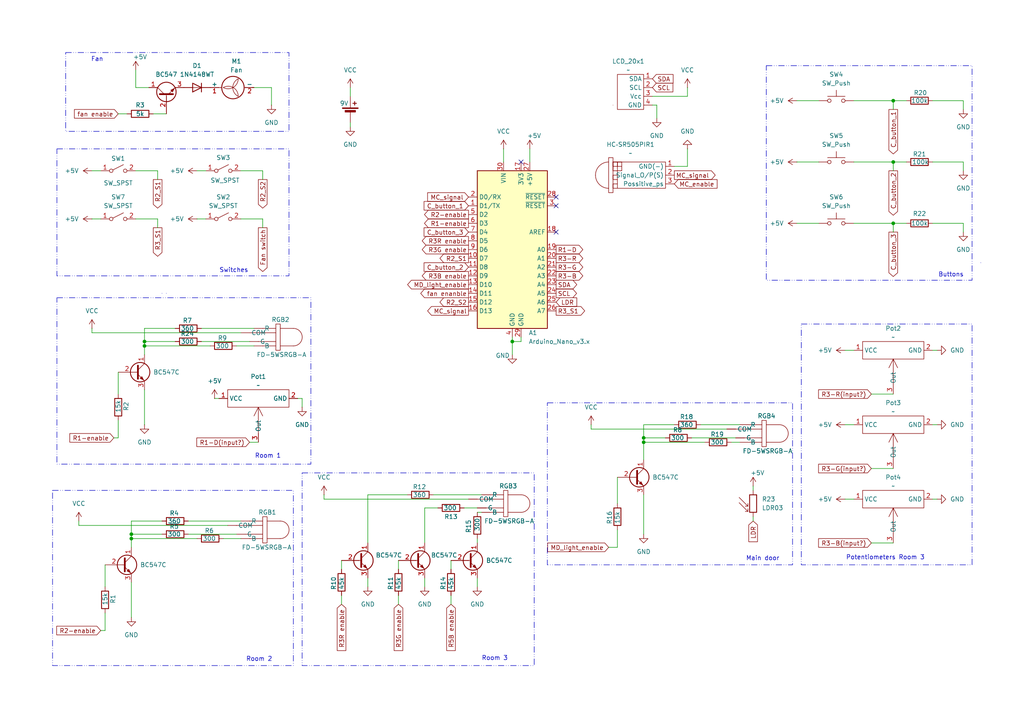
<source format=kicad_sch>
(kicad_sch (version 20231120) (generator "eeschema") (generator_version "8.0")
  (paper "A4")
  (title_block (title "Semester project (smart house)") (date "2024-10-23") (rev "v6") (company "Group 4"))
  (lib_symbols
    (symbol "101020353:LCD_screen"
      (property "Reference" "LCD_20x4" (at -0.508 1.27 0))
      (symbol "LCD_screen_0_1"
        (rectangle (start -6.35 -10.16) (end -6.35 -10.16))
        (rectangle (start -5.08 -1.27) (end 2.54 -11.43))
      )
      (symbol "LCD_screen_1_1"
        (pin bidirectional line (at 5.08 -2.54 180) (length 2.54) (name "SDA") (number "1"))
        (pin bidirectional line (at 5.08 -5.08 180) (length 2.54) (name "SCL") (number "2"))
        (pin input line (at 5.08 -7.62 180) (length 2.54) (name "Vcc") (number "3"))
        (pin passive line (at 5.08 -10.16 180) (length 2.54) (name "GND") (number "4"))
      )
    )
    (symbol "101020353:Pir_sencor"
      (property "Reference" "HC–SR505PIR" (at 3.302 1.524 0))
      (symbol "Pir_sencor_0_1"
        (arc (start -8.89 -3.81) (mid -7.7741 -6.5041) (end -5.08 -7.62))
        (arc (start -5.08 0) (mid -7.7741 -1.1159) (end -8.89 -3.81))
        (rectangle (start -5.08 1.27) (end -3.81 -8.89))
        (rectangle (start -3.81 0) (end -2.54 -1.27))
        (rectangle (start -2.54 0) (end 11.43 -7.62))
        (rectangle (start -1.27 -2.54) (end -3.81 0))
        (polyline (pts (xy -2.54 -1.27) (xy -1.27 -1.27)))
        (polyline (pts (xy -2.54 -6.35) (xy -3.81 -6.35) (xy -3.81 -7.62) (xy -2.54 -7.62)))
        (polyline (pts (xy -2.54 -3.81) (xy -3.81 -3.81) (xy -3.81 -5.08) (xy -2.54 -5.08)))
      )
      (symbol "Pir_sencor_1_1"
        (pin passive line (at 13.97 -1.27 180) (length 2.54) (name "GND(-)") (number "1"))
        (pin output line (at 13.97 -3.81 180) (length 2.54) (name "Signal_O/P(S)") (number "2"))
        (pin input line (at 13.97 -6.35 180) (length 2.54) (name "Possitive_ps") (number "3"))
      )
    )
    (symbol "Device:Battery_Cell" (pin_numbers hide) (pin_names (offset 0) hide)
      (property "Reference" "BT" (at 2.54 2.54 0))
      (property "Value" "Battery_Cell" (at 2.54 0 0))
      (symbol "Battery_Cell_0_1"
        (rectangle (start -2.286 1.778) (end 2.286 1.524) (fill (type outline)))
        (rectangle (start -1.524 1.016) (end 1.524 0.508) (fill (type outline)))
        (polyline (pts (xy 0 0.762) (xy 0 0)))
        (polyline (pts (xy 0 1.778) (xy 0 2.54)))
        (polyline (pts (xy 0.762 3.048) (xy 1.778 3.048)) (stroke (width 0.254)))
        (polyline (pts (xy 1.27 3.556) (xy 1.27 2.54)) (stroke (width 0.254)))
      )
      (symbol "Battery_Cell_1_1"
        (pin passive line (at 0 5.08 270) (length 2.54) (name "+") (number "1"))
        (pin passive line (at 0 -2.54 90) (length 2.54) (name "-") (number "2"))
      )
    )
    (symbol "Device:R" (pin_numbers hide) (pin_names (offset 0))
      (property "Reference" "R" (at 2.032 0 90))
      (property "Value" "R" (at 0 0 90))
      (symbol "R_0_1"
        (rectangle (start -1.016 -2.54) (end 1.016 2.54) (stroke (width 0.254)))
      )
      (symbol "R_1_1"
        (pin passive line (at 0 3.81 270) (length 1.27) (name "~") (number "1"))
        (pin passive line (at 0 -3.81 90) (length 1.27) (name "~") (number "2"))
      )
    )
    (symbol "Diode:1N4148WT" (pin_numbers hide) (pin_names hide)
      (property "Reference" "D" (at 0 2.54 0))
      (property "Value" "1N4148WT" (at 0 -2.54 0))
      (symbol "1N4148WT_0_1"
        (polyline (pts (xy -1.27 1.27) (xy -1.27 -1.27)) (stroke (width 0.254)))
        (polyline (pts (xy 1.27 0) (xy -1.27 0)))
        (polyline (pts (xy 1.27 1.27) (xy 1.27 -1.27) (xy -1.27 0) (xy 1.27 1.27)) (stroke (width 0.254)))
      )
      (symbol "1N4148WT_1_1"
        (pin passive line (at -3.81 0 0) (length 2.54) (name "K") (number "1"))
        (pin passive line (at 3.81 0 180) (length 2.54) (name "A") (number "2"))
      )
    )
    (symbol "MCU_Module:Arduino_Nano_v3.x"
      (property "Reference" "A" (at -10.16 23.495 0))
      (property "Value" "Arduino_Nano_v3.x" (at 5.08 -24.13 0))
      (symbol "Arduino_Nano_v3.x_0_1"
        (rectangle (start -10.16 22.86) (end 10.16 -22.86) (stroke (width 0.254)) (fill (type background)))
      )
      (symbol "Arduino_Nano_v3.x_1_1"
        (pin bidirectional line (at -12.7 12.7 0) (length 2.54) (name "D1/TX") (number "1"))
        (pin bidirectional line (at -12.7 -2.54 0) (length 2.54) (name "D7") (number "10"))
        (pin bidirectional line (at -12.7 -5.08 0) (length 2.54) (name "D8") (number "11"))
        (pin bidirectional line (at -12.7 -7.62 0) (length 2.54) (name "D9") (number "12"))
        (pin bidirectional line (at -12.7 -10.16 0) (length 2.54) (name "D10") (number "13"))
        (pin bidirectional line (at -12.7 -12.7 0) (length 2.54) (name "D11") (number "14"))
        (pin bidirectional line (at -12.7 -15.24 0) (length 2.54) (name "D12") (number "15"))
        (pin bidirectional line (at -12.7 -17.78 0) (length 2.54) (name "D13") (number "16"))
        (pin power_out line (at 2.54 25.4 270) (length 2.54) (name "3V3") (number "17"))
        (pin input line (at 12.7 5.08 180) (length 2.54) (name "AREF") (number "18"))
        (pin bidirectional line (at 12.7 0 180) (length 2.54) (name "A0") (number "19"))
        (pin bidirectional line (at -12.7 15.24 0) (length 2.54) (name "D0/RX") (number "2"))
        (pin bidirectional line (at 12.7 -2.54 180) (length 2.54) (name "A1") (number "20"))
        (pin bidirectional line (at 12.7 -5.08 180) (length 2.54) (name "A2") (number "21"))
        (pin bidirectional line (at 12.7 -7.62 180) (length 2.54) (name "A3") (number "22"))
        (pin bidirectional line (at 12.7 -10.16 180) (length 2.54) (name "A4") (number "23"))
        (pin bidirectional line (at 12.7 -12.7 180) (length 2.54) (name "A5") (number "24"))
        (pin bidirectional line (at 12.7 -15.24 180) (length 2.54) (name "A6") (number "25"))
        (pin bidirectional line (at 12.7 -17.78 180) (length 2.54) (name "A7") (number "26"))
        (pin power_out line (at 5.08 25.4 270) (length 2.54) (name "+5V") (number "27"))
        (pin input line (at 12.7 15.24 180) (length 2.54) (name "~{RESET}") (number "28"))
        (pin power_in line (at 2.54 -25.4 90) (length 2.54) (name "GND") (number "29"))
        (pin input line (at 12.7 12.7 180) (length 2.54) (name "~{RESET}") (number "3"))
        (pin power_in line (at -2.54 25.4 270) (length 2.54) (name "VIN") (number "30"))
        (pin power_in line (at 0 -25.4 90) (length 2.54) (name "GND") (number "4"))
        (pin bidirectional line (at -12.7 10.16 0) (length 2.54) (name "D2") (number "5"))
        (pin bidirectional line (at -12.7 7.62 0) (length 2.54) (name "D3") (number "6"))
        (pin bidirectional line (at -12.7 5.08 0) (length 2.54) (name "D4") (number "7"))
        (pin bidirectional line (at -12.7 2.54 0) (length 2.54) (name "D5") (number "8"))
        (pin bidirectional line (at -12.7 0 0) (length 2.54) (name "D6") (number "9"))
      )
    )
    (symbol "Motor:Fan" (pin_names (offset 0))
      (property "Reference" "M" (at 2.54 5.08 0))
      (property "Value" "Fan" (at 2.54 -2.54 0))
      (symbol "Fan_0_1"
        (arc (start -2.54 -0.508) (mid 0.0028 0.9121) (end 0 3.81))
        (polyline (pts (xy 0 -5.08) (xy 0 -4.572)))
        (polyline (pts (xy 0 -2.2352) (xy 0 -2.6416)))
        (polyline (pts (xy 0 4.2672) (xy 0 4.6228)))
        (polyline (pts (xy 0 4.572) (xy 0 5.08)))
        (circle (center 0 1.016) (radius 3.2512) (stroke (width 0.254)))
        (arc (start 0 3.81) (mid 0.053 0.921) (end 2.54 -0.508))
        (arc (start 2.54 -0.508) (mid 0 1.0618) (end -2.54 -0.508))
      )
      (symbol "Fan_1_1"
        (pin passive line (at 0 7.62 270) (length 2.54) (name "+") (number "1"))
        (pin passive line (at 0 -5.08 90) (length 2.54) (name "-") (number "2"))
      )
    )
    (symbol "Sensor_Optical:LDR03" (pin_numbers hide) (pin_names (offset 0))
      (property "Reference" "R" (at -5.08 0 90))
      (property "Value" "LDR03" (at 1.905 0 90))
      (symbol "LDR03_0_1"
        (rectangle (start -1.016 2.54) (end 1.016 -2.54) (stroke (width 0.254)))
        (polyline (pts (xy -1.524 -2.286) (xy -4.064 0.254)))
        (polyline (pts (xy -1.524 -2.286) (xy -2.286 -2.286)))
        (polyline (pts (xy -1.524 -2.286) (xy -1.524 -1.524)))
        (polyline (pts (xy -1.524 -0.762) (xy -4.064 1.778)))
        (polyline (pts (xy -1.524 -0.762) (xy -2.286 -0.762)))
        (polyline (pts (xy -1.524 -0.762) (xy -1.524 0)))
      )
      (symbol "LDR03_1_1"
        (pin passive line (at 0 3.81 270) (length 1.27) (name "~") (number "1"))
        (pin passive line (at 0 -3.81 90) (length 1.27) (name "~") (number "2"))
      )
    )
    (symbol "Switch:SW_Push" (pin_numbers hide) (pin_names (offset 1.016) hide)
      (property "Reference" "SW" (at 1.27 2.54 0))
      (property "Value" "SW_Push" (at 0 -1.524 0))
      (symbol "SW_Push_0_1"
        (circle (center -2.032 0) (radius 0.508))
        (polyline (pts (xy 0 1.27) (xy 0 3.048)))
        (polyline (pts (xy 2.54 1.27) (xy -2.54 1.27)))
        (circle (center 2.032 0) (radius 0.508))
        (pin passive line (at -5.08 0 0) (length 2.54) (name "1") (number "1"))
        (pin passive line (at 5.08 0 180) (length 2.54) (name "2") (number "2"))
      )
    )
    (symbol "Switch:SW_SPST" (pin_names (offset 0) hide)
      (property "Reference" "SW" (at 0 3.175 0))
      (property "Value" "SW_SPST" (at 0 -2.54 0))
      (symbol "SW_SPST_0_0"
        (circle (center -2.032 0) (radius 0.508))
        (polyline (pts (xy -1.524 0.254) (xy 1.524 1.778)))
        (circle (center 2.032 0) (radius 0.508))
      )
      (symbol "SW_SPST_1_1"
        (pin passive line (at -5.08 0 0) (length 2.54) (name "A") (number "1"))
        (pin passive line (at 5.08 0 180) (length 2.54) (name "B") (number "2"))
      )
    )
    (symbol "Transistor_BJT:BC547" (pin_names (offset 0) hide)
      (property "Reference" "Q" (at 5.08 1.905 0))
      (property "Value" "BC547" (at 5.08 0 0))
      (symbol "BC547_0_1"
        (polyline (pts (xy 0 0) (xy 0.635 0)))
        (polyline (pts (xy 0.635 0.635) (xy 2.54 2.54)))
        (polyline (pts (xy 0.635 -0.635) (xy 2.54 -2.54) (xy 2.54 -2.54)))
        (polyline (pts (xy 0.635 1.905) (xy 0.635 -1.905) (xy 0.635 -1.905)) (stroke (width 0.508)))
        (polyline (pts (xy 1.27 -1.778) (xy 1.778 -1.27) (xy 2.286 -2.286) (xy 1.27 -1.778) (xy 1.27 -1.778)) (fill (type outline)))
        (circle (center 1.27 0) (radius 2.8194) (stroke (width 0.254)))
      )
      (symbol "BC547_1_1"
        (pin passive line (at 2.54 5.08 270) (length 2.54) (name "C") (number "1"))
        (pin input line (at -5.08 0 0) (length 5.08) (name "B") (number "2"))
        (pin passive line (at 2.54 -5.08 90) (length 2.54) (name "E") (number "3"))
      )
    )
    (symbol "power:+5V" (power) (pin_numbers hide) (pin_names (offset 0) hide)
      (property "Value" "+5V" (at 0 3.556 0))
      (symbol "+5V_0_1"
        (polyline (pts (xy -0.762 1.27) (xy 0 2.54)))
        (polyline (pts (xy 0 0) (xy 0 2.54)))
        (polyline (pts (xy 0 2.54) (xy 0.762 1.27)))
      )
      (symbol "+5V_1_1"
        (pin power_in line (at 0 0 90) (length 0) (name "~") (number "1"))
      )
    )
    (symbol "power:GND" (power) (pin_numbers hide) (pin_names (offset 0) hide)
      (property "Value" "GND" (at 0 -3.81 0))
      (symbol "GND_0_1"
        (polyline (pts (xy 0 0) (xy 0 -1.27) (xy 1.27 -1.27) (xy 0 -2.54) (xy -1.27 -1.27) (xy 0 -1.27)))
      )
      (symbol "GND_1_1"
        (pin power_in line (at 0 0 270) (length 0) (name "~") (number "1"))
      )
    )
    (symbol "power:VCC" (power) (pin_numbers hide) (pin_names (offset 0) hide)
      (property "Value" "VCC" (at 0 3.556 0))
      (symbol "VCC_0_1"
        (polyline (pts (xy -0.762 1.27) (xy 0 2.54)))
        (polyline (pts (xy 0 0) (xy 0 2.54)))
        (polyline (pts (xy 0 2.54) (xy 0.762 1.27)))
      )
      (symbol "VCC_1_1"
        (pin power_in line (at 0 0 90) (length 0) (name "~") (number "1"))
      )
    )
    (symbol "smarthome:Pot"
      (property "Reference" "Pot" (at 0 6.858 0))
      (symbol "Pot_0_1"
        (rectangle (start -8.89 5.08) (end 8.89 0))
        (polyline (pts (xy -1.27 -2.54) (xy 0 0)))
        (polyline (pts (xy 0 -7.62) (xy 0 0) (xy 1.27 -2.54)))
      )
      (symbol "Pot_1_1"
        (pin power_in line (at -11.43 2.54 0) (length 2.54) (name "VCC") (number "1"))
        (pin power_in line (at 11.43 2.54 180) (length 2.54) (name "GND") (number "2"))
        (pin output line (at 0 -10.16 90) (length 2.54) (name "Out") (number "3"))
      )
    )
    (symbol "smarthome:RGB"
      (property "Reference" "RGB" (at 0 5.334 0))
      (symbol "RGB_0_1"
        (rectangle (start -3.81 -2.54) (end 3.81 -3.81))
        (polyline (pts (xy -2.54 -3.81) (xy -2.54 -7.62)))
        (polyline (pts (xy -2.54 1.27) (xy -2.54 -2.54)))
        (polyline (pts (xy -1.27 -3.81) (xy -1.27 -11.43)))
        (polyline (pts (xy 1.27 -3.81) (xy 1.27 -8.89)))
        (polyline (pts (xy 2.54 -3.81) (xy 2.54 -7.62)))
        (polyline (pts (xy 2.54 -2.54) (xy 2.54 1.27)))
        (arc (start 2.54 1.27) (mid 0 3.8326) (end -2.54 1.27))
      )
      (symbol "RGB_1_1"
        (pin input line (at 2.54 -10.16 90) (length 2.54) (name "B") (number ""))
        (pin power_in line (at -1.27 -13.97 90) (length 2.54) (name "COM") (number ""))
        (pin input line (at 1.27 -11.43 90) (length 2.54) (name "G") (number ""))
        (pin input line (at -2.54 -10.16 90) (length 2.54) (name "R") (number ""))
      )
    )
  )
  (junction (at 38.1 156.21))
  (junction (at 41.91 100.33))
  (junction (at 259.08 64.77))
  (junction (at 148.59 99.06))
  (junction (at 186.69 128.27))
  (junction (at 186.69 127))
  (junction (at 259.08 29.21))
  (junction (at 259.08 46.99))
  (junction (at 38.1 154.94))
  (junction (at 41.91 99.06))
  (no_connect (at 161.29 67.31))
  (no_connect (at 161.29 57.15))
  (no_connect (at 151.13 46.99))
  (no_connect (at 161.29 59.69))
  (wire (pts (xy 41.91 99.06) (xy 50.8 99.06)))
  (wire (pts (xy 62.23 115.57) (xy 63.5 115.57)))
  (wire (pts (xy 26.67 96.52) (xy 69.85 96.52)))
  (wire (pts (xy 123.19 147.32) (xy 123.19 157.48)))
  (wire (pts (xy 57.15 63.5) (xy 59.69 63.5)))
  (wire (pts (xy 41.91 100.33) (xy 60.96 100.33)))
  (wire (pts (xy 30.48 163.83) (xy 30.48 170.18)))
  (wire (pts (xy 22.86 151.13) (xy 22.86 152.4)))
  (wire (pts (xy 36.83 33.02) (xy 34.29 33.02)))
  (wire (pts (xy 39.37 63.5) (xy 45.72 63.5)))
  (wire (pts (xy 73.66 95.25) (xy 58.42 95.25)))
  (wire (pts (xy 69.85 151.13) (xy 54.61 151.13)))
  (wire (pts (xy 115.57 162.56) (xy 115.57 165.1)))
  (wire (pts (xy 134.62 147.32) (xy 138.43 147.32)))
  (wire (pts (xy 87.63 115.57) (xy 86.36 115.57)))
  (wire (pts (xy 200.5996 127) (xy 213.36 127)))
  (wire (pts (xy 195.58 48.26) (xy 199.39 48.26)))
  (wire (pts (xy 57.15 49.53) (xy 59.69 49.53)))
  (wire (pts (xy 279.4 64.77) (xy 279.4 67.31)))
  (wire (pts (xy 171.45 123.19) (xy 171.45 124.46)))
  (wire (pts (xy 41.91 100.33) (xy 41.91 102.87)))
  (wire (pts (xy 247.65 29.21) (xy 259.08 29.21)))
  (wire (pts (xy 279.4 46.99) (xy 279.4 49.53)))
  (wire (pts (xy 29.21 182.88) (xy 30.48 182.88)))
  (wire (pts (xy 68.58 100.33) (xy 73.66 100.33)))
  (wire (pts (xy 38.1 156.21) (xy 57.15 156.21)))
  (wire (pts (xy 93.98 144.78) (xy 93.98 143.51)))
  (wire (pts (xy 33.02 127) (xy 34.29 127)))
  (wire (pts (xy 30.48 177.8) (xy 30.48 182.88)))
  (wire (pts (xy 139.7 143.51) (xy 125.73 143.51)))
  (wire (pts (xy 138.43 167.64) (xy 138.43 170.18)))
  (wire (pts (xy 87.63 115.57) (xy 87.63 118.11)))
  (wire (pts (xy 99.06 172.72) (xy 99.06 175.26)))
  (wire (pts (xy 69.85 63.5) (xy 76.2 63.5)))
  (wire (pts (xy 44.45 33.02) (xy 48.26 33.02)))
  (wire (pts (xy 76.2 49.53) (xy 76.2 52.07)))
  (wire (pts (xy 186.69 127) (xy 192.9796 127)))
  (wire (pts (xy 245.11 101.6) (xy 247.65 101.6)))
  (wire (pts (xy 218.44 140.97) (xy 218.44 142.24)))
  (wire (pts (xy 38.1 151.13) (xy 38.1 154.94)))
  (wire (pts (xy 41.91 113.03) (xy 41.91 123.19)))
  (wire (pts (xy 41.91 95.25) (xy 41.91 99.06)))
  (wire (pts (xy 76.2 63.5) (xy 76.2 66.04)))
  (wire (pts (xy 186.69 127) (xy 186.69 128.27)))
  (wire (pts (xy 148.59 97.79) (xy 148.59 99.06)))
  (wire (pts (xy 245.11 144.78) (xy 247.65 144.78)))
  (wire (pts (xy 123.19 147.32) (xy 127 147.32)))
  (wire (pts (xy 45.72 49.53) (xy 45.72 52.07)))
  (wire (pts (xy 38.1 168.91) (xy 38.1 179.07)))
  (wire (pts (xy 186.69 128.27) (xy 186.69 133.35)))
  (wire (pts (xy 186.69 128.27) (xy 204.47 128.27)))
  (wire (pts (xy 138.43 157.48) (xy 138.43 156.21)))
  (wire (pts (xy 106.68 143.51) (xy 106.68 157.48)))
  (wire (pts (xy 34.29 107.95) (xy 34.29 114.3)))
  (wire (pts (xy 39.37 25.4) (xy 43.18 25.4)))
  (wire (pts (xy 252.73 114.3) (xy 259.08 114.3)))
  (wire (pts (xy 26.67 95.25) (xy 26.67 96.52)))
  (wire (pts (xy 245.11 123.19) (xy 247.65 123.19)))
  (wire (pts (xy 151.13 99.06) (xy 148.59 99.06)))
  (wire (pts (xy 106.68 143.51) (xy 118.11 143.51)))
  (wire (pts (xy 199.39 43.18) (xy 199.39 48.26)))
  (wire (pts (xy 199.39 27.94) (xy 199.39 25.4)))
  (wire (pts (xy 101.6 25.4) (xy 101.6 27.94)))
  (wire (pts (xy 270.51 64.77) (xy 279.4 64.77)))
  (wire (pts (xy 73.66 25.4) (xy 78.74 25.4)))
  (wire (pts (xy 22.86 152.4) (xy 66.04 152.4)))
  (wire (pts (xy 259.08 29.21) (xy 262.89 29.21)))
  (wire (pts (xy 171.45 124.46) (xy 210.82 124.46)))
  (wire (pts (xy 186.69 143.51) (xy 186.69 154.94)))
  (wire (pts (xy 41.91 99.06) (xy 41.91 100.33)))
  (wire (pts (xy 259.08 64.77) (xy 259.08 67.31)))
  (wire (pts (xy 231.14 46.99) (xy 237.49 46.99)))
  (wire (pts (xy 26.67 63.5) (xy 29.21 63.5)))
  (wire (pts (xy 39.37 20.32) (xy 39.37 25.4)))
  (wire (pts (xy 270.51 144.78) (xy 271.78 144.78)))
  (wire (pts (xy 46.99 151.13) (xy 38.1 151.13)))
  (wire (pts (xy 270.51 123.19) (xy 271.78 123.19)))
  (wire (pts (xy 45.72 63.5) (xy 45.72 66.04)))
  (wire (pts (xy 176.53 158.75) (xy 179.07 158.75)))
  (wire (pts (xy 99.06 162.56) (xy 99.06 165.1)))
  (wire (pts (xy 69.85 49.53) (xy 76.2 49.53)))
  (wire (pts (xy 101.6 35.56) (xy 101.6 36.83)))
  (wire (pts (xy 259.08 46.99) (xy 259.08 49.53)))
  (wire (pts (xy 123.19 167.64) (xy 123.19 170.18)))
  (wire (pts (xy 270.51 46.99) (xy 279.4 46.99)))
  (wire (pts (xy 34.29 121.92) (xy 34.29 127)))
  (wire (pts (xy 247.65 64.77) (xy 259.08 64.77)))
  (wire (pts (xy 64.77 156.21) (xy 69.85 156.21)))
  (wire (pts (xy 270.51 29.21) (xy 279.4 29.21)))
  (wire (pts (xy 146.05 43.18) (xy 146.05 46.99)))
  (wire (pts (xy 252.73 157.48) (xy 259.08 157.48)))
  (wire (pts (xy 252.73 135.89) (xy 259.08 135.89)))
  (wire (pts (xy 115.57 172.72) (xy 115.57 175.26)))
  (wire (pts (xy 190.5 30.48) (xy 190.5 34.29)))
  (wire (pts (xy 231.14 29.21) (xy 237.49 29.21)))
  (wire (pts (xy 279.4 29.21) (xy 279.4 31.75)))
  (wire (pts (xy 39.37 49.53) (xy 45.72 49.53)))
  (wire (pts (xy 212.09 128.27) (xy 214.63 128.27)))
  (wire (pts (xy 50.8 95.25) (xy 41.91 95.25)))
  (wire (pts (xy 78.74 25.4) (xy 78.74 30.48)))
  (wire (pts (xy 151.13 97.79) (xy 151.13 99.06)))
  (wire (pts (xy 259.08 64.77) (xy 262.89 64.77)))
  (wire (pts (xy 189.23 27.94) (xy 199.39 27.94)))
  (wire (pts (xy 38.1 156.21) (xy 38.1 158.75)))
  (wire (pts (xy 74.93 128.27) (xy 72.39 128.27)))
  (wire (pts (xy 247.65 46.99) (xy 259.08 46.99)))
  (wire (pts (xy 189.23 30.48) (xy 190.5 30.48)))
  (wire (pts (xy 179.07 153.67) (xy 179.07 158.75)))
  (wire (pts (xy 148.59 99.06) (xy 148.59 102.87)))
  (wire (pts (xy 58.42 99.06) (xy 72.39 99.06)))
  (wire (pts (xy 38.1 154.94) (xy 46.99 154.94)))
  (wire (pts (xy 270.51 101.6) (xy 271.78 101.6)))
  (wire (pts (xy 259.08 29.21) (xy 259.08 31.75)))
  (wire (pts (xy 195.58 123.19) (xy 186.69 123.19)))
  (wire (pts (xy 130.81 162.56) (xy 130.81 165.1)))
  (wire (pts (xy 26.67 49.53) (xy 29.21 49.53)))
  (wire (pts (xy 231.14 64.77) (xy 237.49 64.77)))
  (wire (pts (xy 218.44 149.86) (xy 218.44 151.13)))
  (wire (pts (xy 138.43 148.59) (xy 139.7 148.59)))
  (wire (pts (xy 186.69 123.19) (xy 186.69 127)))
  (wire (pts (xy 93.98 144.78) (xy 135.89 144.78)))
  (wire (pts (xy 54.61 154.94) (xy 68.58 154.94)))
  (wire (pts (xy 153.67 43.18) (xy 153.67 46.99)))
  (wire (pts (xy 259.08 46.99) (xy 262.89 46.99)))
  (wire (pts (xy 179.07 138.43) (xy 179.07 146.05)))
  (wire (pts (xy 130.81 172.72) (xy 130.81 175.26)))
  (wire (pts (xy 214.63 123.19) (xy 203.2 123.19)))
  (wire (pts (xy 106.68 167.64) (xy 106.68 170.18)))
  (wire (pts (xy 38.1 154.94) (xy 38.1 156.21)))
  (rectangle (start 46.99 85.09) (end 46.99 85.09))
  (rectangle (start 48.26 85.09) (end 48.26 85.09))
  (rectangle (start 284.48 76.2) (end 284.48 76.2))
  (text_box "" (at 16.51 43.18 0) (size 67.31 36.83) (stroke (width 0) (type dash_dot_dot)) (effects (font (size 1.27 1.27)) (justify left top)))
  (text_box "" (at 158.75 116.84 0) (size 71.12 46.99) (stroke (width 0) (type dash_dot_dot)) (effects (font (size 1.27 1.27)) (justify left top)))
  (text_box "" (at 16.51 86.36 0) (size 73.66 48.26) (stroke (width 0) (type dash_dot_dot)) (effects (font (size 1.27 1.27)) (justify left top)))
  (text_box "" (at 222.25 19.05 0) (size 59.69 62.23) (stroke (width 0) (type dash_dot_dot)) (effects (font (size 1.27 1.27)) (justify left top)))
  (text_box "" (at 232.41 93.98 0) (size 49.53 69.85) (stroke (width 0) (type dash_dot_dot)) (effects (font (size 1.27 1.27)) (justify left top)))
  (text_box "" (at 19.05 15.24 0) (size 64.77 22.86) (stroke (width 0) (type dash_dot_dot)) (effects (font (size 1.27 1.27)) (justify left top)))
  (text_box "" (at 15.24 142.24 0) (size 69.85 50.8) (stroke (width 0) (type dash_dot_dot)) (effects (font (size 1.27 1.27)) (justify left top)))
  (text_box "" (at 87.63 137.16 0) (size 67.31 55.88) (stroke (width 0) (type dash_dot_dot)) (effects (font (size 1.27 1.27)) (justify left top)))
  (text "Room 1\n" (at 77.724 132.334 0) (effects (font (size 1.27 1.27))))
  (text "Main door" (at 221.234 162.052 0) (effects (font (size 1.27 1.27))))
  (text "Potentiometers Room 3" (at 256.794 161.798 0) (effects (font (size 1.27 1.27))))
  (text "Room 3" (at 143.51 191.008 0) (effects (font (size 1.27 1.27))))
  (text "Fan" (at 28.194 17.272 0) (effects (font (size 1.27 1.27))))
  (text "Room 2" (at 75.184 191.262 0) (effects (font (size 1.27 1.27))))
  (text "Buttons" (at 275.844 79.756 0) (effects (font (size 1.27 1.27))))
  (text "Switches" (at 67.818 78.486 0) (effects (font (size 1.27 1.27))))
  (global_label "R2_S1" (shape output) (at 45.72 52.07 270) (property "Intersheetrefs" "${INTERSHEET_REFS}" (effects (hide yes))))
  (global_label "R3-G(input?)" (shape input) (at 252.73 135.89 180) (property "Intersheetrefs" "${INTERSHEET_REFS}" (effects (hide yes))))
  (global_label "C_button_3" (shape output) (at 259.08 67.31 270) (property "Intersheetrefs" "${INTERSHEET_REFS}" (effects (hide yes))))
  (global_label "MC_signal" (shape output) (at 135.89 90.17 180) (property "Intersheetrefs" "${INTERSHEET_REFS}" (effects (hide yes))))
  (global_label "SCL" (shape output) (at 161.29 85.09 0) (property "Intersheetrefs" "${INTERSHEET_REFS}" (effects (hide yes))))
  (global_label "SDA" (shape input) (at 189.23 22.86 0) (property "Intersheetrefs" "${INTERSHEET_REFS}" (effects (hide yes))))
  (global_label "SCL" (shape input) (at 189.23 25.4 0) (property "Intersheetrefs" "${INTERSHEET_REFS}" (effects (hide yes))))
  (global_label "MD_light_enable" (shape output) (at 135.89 82.55 180) (property "Intersheetrefs" "${INTERSHEET_REFS}" (effects (hide yes))))
  (global_label "R2-enable" (shape output) (at 135.89 62.23 180) (property "Intersheetrefs" "${INTERSHEET_REFS}" (effects (hide yes))))
  (global_label "Fan switch" (shape output) (at 76.2 66.04 270) (property "Intersheetrefs" "${INTERSHEET_REFS}" (effects (hide yes))))
  (global_label "MC_signal" (shape input) (at 135.89 57.15 180) (property "Intersheetrefs" "${INTERSHEET_REFS}" (effects (hide yes))))
  (global_label "R1-enable" (shape output) (at 135.89 64.77 180) (property "Intersheetrefs" "${INTERSHEET_REFS}" (effects (hide yes))))
  (global_label "R3_S1" (shape output) (at 45.72 66.04 270) (property "Intersheetrefs" "${INTERSHEET_REFS}" (effects (hide yes))))
  (global_label "C_button_1" (shape output) (at 259.08 31.75 270) (property "Intersheetrefs" "${INTERSHEET_REFS}" (effects (hide yes))))
  (global_label "fan enable" (shape input) (at 34.29 33.02 180) (property "Intersheetrefs" "${INTERSHEET_REFS}" (effects (hide yes))))
  (global_label "R2_S1" (shape output) (at 135.89 74.93 180) (property "Intersheetrefs" "${INTERSHEET_REFS}" (effects (hide yes))))
  (global_label "R5B enable" (shape input) (at 130.81 175.26 270) (property "Intersheetrefs" "${INTERSHEET_REFS}" (effects (hide yes))))
  (global_label "fan enanble" (shape output) (at 135.89 85.09 180) (property "Intersheetrefs" "${INTERSHEET_REFS}" (effects (hide yes))))
  (global_label "MC_enable" (shape input) (at 195.58 53.34 0) (property "Intersheetrefs" "${INTERSHEET_REFS}" (effects (hide yes))))
  (global_label "R1-enable" (shape input) (at 33.02 127 180) (property "Intersheetrefs" "${INTERSHEET_REFS}" (effects (hide yes))))
  (global_label "MC_signal" (shape output) (at 195.58 50.8 0) (property "Intersheetrefs" "${INTERSHEET_REFS}" (effects (hide yes))))
  (global_label "C_button_2" (shape output) (at 259.08 49.53 270) (property "Intersheetrefs" "${INTERSHEET_REFS}" (effects (hide yes))))
  (global_label "C_button_2" (shape input) (at 135.89 77.47 180) (property "Intersheetrefs" "${INTERSHEET_REFS}" (effects (hide yes))))
  (global_label "R3R enable" (shape input) (at 99.06 175.26 270) (property "Intersheetrefs" "${INTERSHEET_REFS}" (effects (hide yes))))
  (global_label "R3G enable" (shape input) (at 115.57 175.26 270) (property "Intersheetrefs" "${INTERSHEET_REFS}" (effects (hide yes))))
  (global_label "LDR" (shape input) (at 161.29 87.63 0) (property "Intersheetrefs" "${INTERSHEET_REFS}" (effects (hide yes))))
  (global_label "C_button_1" (shape input) (at 135.89 59.69 180) (property "Intersheetrefs" "${INTERSHEET_REFS}" (effects (hide yes))))
  (global_label "C_button_3" (shape input) (at 135.89 67.31 180) (property "Intersheetrefs" "${INTERSHEET_REFS}" (effects (hide yes))))
  (global_label "R3B enable" (shape output) (at 135.89 80.01 180) (property "Intersheetrefs" "${INTERSHEET_REFS}" (effects (hide yes))))
  (global_label "R3-R" (shape output) (at 161.29 74.93 0) (property "Intersheetrefs" "${INTERSHEET_REFS}" (effects (hide yes))))
  (global_label "R2_S2" (shape output) (at 135.89 87.63 180) (property "Intersheetrefs" "${INTERSHEET_REFS}" (effects (hide yes))))
  (global_label "R1-D" (shape output) (at 161.29 72.39 0) (property "Intersheetrefs" "${INTERSHEET_REFS}" (effects (hide yes))))
  (global_label "R2-enable" (shape input) (at 29.21 182.88 180) (property "Intersheetrefs" "${INTERSHEET_REFS}" (effects (hide yes))))
  (global_label "R3-G" (shape output) (at 161.29 77.47 0) (property "Intersheetrefs" "${INTERSHEET_REFS}" (effects (hide yes))))
  (global_label "MD_light_enable" (shape input) (at 176.53 158.75 180) (property "Intersheetrefs" "${INTERSHEET_REFS}" (effects (hide yes))))
  (global_label "R3-B" (shape output) (at 161.29 80.01 0) (property "Intersheetrefs" "${INTERSHEET_REFS}" (effects (hide yes))))
  (global_label "R3-R(input?)" (shape input) (at 252.73 114.3 180) (property "Intersheetrefs" "${INTERSHEET_REFS}" (effects (hide yes))))
  (global_label "R3G enable" (shape output) (at 135.89 72.39 180) (property "Intersheetrefs" "${INTERSHEET_REFS}" (effects (hide yes))))
  (global_label "SDA" (shape output) (at 161.29 82.55 0) (property "Intersheetrefs" "${INTERSHEET_REFS}" (effects (hide yes))))
  (global_label "R3-B(input?)" (shape input) (at 252.73 157.48 180) (property "Intersheetrefs" "${INTERSHEET_REFS}" (effects (hide yes))))
  (global_label "R3R enable" (shape output) (at 135.89 69.85 180) (property "Intersheetrefs" "${INTERSHEET_REFS}" (effects (hide yes))))
  (global_label "R1-D(input?)" (shape input) (at 72.39 128.27 180) (property "Intersheetrefs" "${INTERSHEET_REFS}" (effects (hide yes))))
  (global_label "R3_S1" (shape output) (at 161.29 90.17 0) (property "Intersheetrefs" "${INTERSHEET_REFS}" (effects (hide yes))))
  (global_label "R2_S2" (shape output) (at 76.2 52.07 270) (property "Intersheetrefs" "${INTERSHEET_REFS}" (effects (hide yes))))
  (global_label "LDR" (shape input) (at 218.44 151.13 270) (property "Intersheetrefs" "${INTERSHEET_REFS}" (effects (hide yes))))
  (symbol (lib_id "power:GND") (at 106.68 170.18 0) (unit 1)
    (property "Reference" "#PWR017" (effects (hide yes)))
    (property "Value" "GND" (at 106.68 175.26 0))
    (property "Description" "Power symbol creates a global label with name \"GND\" , ground" (effects (hide yes)))
  )
  (symbol (lib_id "Switch:SW_SPST") (at 64.77 63.5 0) (unit 1)
    (property "Reference" "SW2" (at 64.77 57.15 0))
    (property "Value" "SW_SPST" (at 64.77 59.69 0))
    (property "Description" "Single Pole Single Throw (SPST) switch" (effects (hide yes)))
  )
  (symbol (lib_id "Device:R") (at 179.07 149.86 0) (unit 1)
    (property "Reference" "R16" (at 176.784 150.114 90))
    (property "Value" "15k" (at 179.07 150.114 90))
    (property "Description" "Resistor" (effects (hide yes)))
  )
  (symbol (lib_id "power:VCC") (at 22.86 151.13 0) (unit 1)
    (property "Reference" "#PWR01" (effects (hide yes)))
    (property "Value" "VCC" (at 22.86 146.05 0))
    (property "Description" "Power symbol creates a global label with name \"VCC\"" (effects (hide yes)))
  )
  (symbol (lib_id "Device:R") (at 50.8 154.94 270) (unit 1)
    (property "Reference" "R5" (at 50.546 152.654 90))
    (property "Value" "300" (at 50.546 154.94 90))
    (property "Description" "Resistor" (effects (hide yes)))
  )
  (symbol (lib_id "smarthome:RGB") (at 224.79 125.73 270) (unit 1)
    (property "Reference" "RGB4" (at 219.71 120.65 90) (effects (justify left)))
    (property "Value" "FD-5WSRGB-A" (at 215.392 130.81 90) (effects (justify left)))
  )
  (symbol (lib_id "smarthome:RGB") (at 80.01 153.67 270) (unit 1)
    (property "Reference" "RGB1" (at 74.93 148.59 90) (effects (justify left)))
    (property "Value" "FD-5WSRGB-A" (at 70.104 158.75 90) (effects (justify left)))
  )
  (symbol (lib_id "Device:Battery_Cell") (at 101.6 33.02 0) (unit 1)
    (property "Reference" "BT1" (effects (hide yes)))
    (property "Value" "9V" (at 98.552 29.972 0) (effects (justify left)))
    (property "Description" "Single-cell battery" (effects (hide yes)))
  )
  (symbol (lib_id "power:GND") (at 199.39 43.18 180) (unit 1)
    (property "Reference" "#PWR027" (effects (hide yes)))
    (property "Value" "GND" (at 199.39 38.1 0))
    (property "Description" "Power symbol creates a global label with name \"GND\" , ground" (effects (hide yes)))
  )
  (symbol (lib_id "Motor:Fan") (at 68.58 25.4 90) (unit 1)
    (property "Reference" "M1" (at 68.58 17.78 90))
    (property "Value" "Fan" (at 68.58 20.32 90))
    (property "Description" "Fan" (effects (hide yes)))
  )
  (symbol (lib_id "power:GND") (at 279.4 31.75 0) (unit 1)
    (property "Reference" "#PWR038" (effects (hide yes)))
    (property "Value" "GND" (at 279.4 36.83 0))
    (property "Description" "Power symbol creates a global label with name \"GND\" , ground" (effects (hide yes)))
  )
  (symbol (lib_id "smarthome:Pot") (at 259.08 104.14 0) (unit 1)
    (property "Reference" "Pot2" (at 259.08 95.25 0))
    (property "Value" "~" (at 259.08 97.79 0))
  )
  (symbol (lib_id "Switch:SW_Push") (at 242.57 29.21 0) (unit 1)
    (property "Reference" "SW4" (at 242.57 21.59 0))
    (property "Value" "SW_Push" (at 242.57 24.13 0))
    (property "Description" "Push button switch, generic, two pins" (effects (hide yes)))
  )
  (symbol (lib_id "power:+5V") (at 57.15 63.5 90) (unit 1)
    (property "Reference" "#PWR07" (effects (hide yes)))
    (property "Value" "+5V" (at 53.34 63.4999 90) (effects (justify left)))
    (property "Description" "Power symbol creates a global label with name \"+5V\"" (effects (hide yes)))
  )
  (symbol (lib_id "Switch:SW_Push") (at 242.57 64.77 0) (unit 1)
    (property "Reference" "SW6" (at 242.57 57.15 0))
    (property "Value" "SW_Push" (at 242.57 59.69 0))
    (property "Description" "Push button switch, generic, two pins" (effects (hide yes)))
  )
  (symbol (lib_id "power:GND") (at 190.5 34.29 0) (unit 1)
    (property "Reference" "#PWR025" (effects (hide yes)))
    (property "Value" "GND" (at 190.5 39.37 0))
    (property "Description" "Power symbol creates a global label with name \"GND\" , ground" (effects (hide yes)))
  )
  (symbol (lib_id "power:GND") (at 279.4 67.31 0) (unit 1)
    (property "Reference" "#PWR040" (effects (hide yes)))
    (property "Value" "GND" (at 279.4 72.39 0))
    (property "Description" "Power symbol creates a global label with name \"GND\" , ground" (effects (hide yes)))
  )
  (symbol (lib_id "power:GND") (at 279.4 49.53 0) (unit 1)
    (property "Reference" "#PWR039" (effects (hide yes)))
    (property "Value" "GND" (at 279.4 54.61 0))
    (property "Description" "Power symbol creates a global label with name \"GND\" , ground" (effects (hide yes)))
  )
  (symbol (lib_id "power:VCC") (at 26.67 95.25 0) (unit 1)
    (property "Reference" "#PWR03" (effects (hide yes)))
    (property "Value" "VCC" (at 26.67 90.17 0))
    (property "Description" "Power symbol creates a global label with name \"VCC\"" (effects (hide yes)))
  )
  (symbol (lib_id "Device:R") (at 54.61 99.06 270) (unit 1)
    (property "Reference" "R24" (at 54.356 96.774 90))
    (property "Value" "300" (at 54.356 99.06 90))
    (property "Description" "Resistor" (effects (hide yes)))
  )
  (symbol (lib_id "Device:R") (at 115.57 168.91 0) (unit 1)
    (property "Reference" "R11" (at 113.284 169.164 90))
    (property "Value" "45k" (at 115.57 169.164 90))
    (property "Description" "Resistor" (effects (hide yes)))
  )
  (symbol (lib_id "power:+5V") (at 57.15 49.53 90) (unit 1)
    (property "Reference" "#PWR09" (effects (hide yes)))
    (property "Value" "+5V" (at 53.34 49.5299 90) (effects (justify left)))
    (property "Description" "Power symbol creates a global label with name \"+5V\"" (effects (hide yes)))
  )
  (symbol (lib_id "101020353:Pir_sencor") (at 181.61 46.99 0) (unit 1)
    (property "Reference" "HC–SR505PIR1" (at 182.88 41.91 0))
    (property "Value" "~" (at 182.88 44.45 0))
  )
  (symbol (lib_id "power:GND") (at 78.74 30.48 0) (unit 1)
    (property "Reference" "#PWR012" (effects (hide yes)))
    (property "Value" "GND" (at 78.74 35.56 0))
    (property "Description" "Power symbol creates a global label with name \"GND\" , ground" (effects (hide yes)))
  )
  (symbol (lib_id "power:VCC") (at 101.6 25.4 0) (unit 1)
    (property "Reference" "#PWR015" (effects (hide yes)))
    (property "Value" "VCC" (at 101.6 20.32 0))
    (property "Description" "Power symbol creates a global label with name \"VCC\"" (effects (hide yes)))
  )
  (symbol (lib_id "power:GND") (at 271.78 101.6 90) (unit 1)
    (property "Reference" "#PWR035" (effects (hide yes)))
    (property "Value" "GND" (at 275.59 101.5999 90) (effects (justify right)))
    (property "Description" "Power symbol creates a global label with name \"GND\" , ground" (effects (hide yes)))
  )
  (symbol (lib_id "power:GND") (at 271.78 144.78 90) (unit 1)
    (property "Reference" "#PWR037" (effects (hide yes)))
    (property "Value" "GND" (at 275.59 144.7799 90) (effects (justify right)))
    (property "Description" "Power symbol creates a global label with name \"GND\" , ground" (effects (hide yes)))
  )
  (symbol (lib_id "Transistor_BJT:BC547") (at 135.89 162.56 0) (unit 1)
    (property "Reference" "Q8" (effects (hide yes)))
    (property "Value" "BC547C" (at 140.97 162.5599 0) (effects (justify left)))
    (property "Footprint" "Package_TO_SOT_THT:TO-92_Inline" (effects (hide yes)))
    (property "Datasheet" "https://www.onsemi.com/pub/Collateral/BC550-D.pdf" (effects (hide yes)))
    (property "Description" "0.1A Ic, 45V Vce, Small Signal NPN Transistor, TO-92" (effects (hide yes)))
  )
  (symbol (lib_id "Transistor_BJT:BC547") (at 48.26 27.94 90) (unit 1)
    (property "Reference" "Q3" (effects (hide yes)))
    (property "Value" "BC547" (at 48.26 21.59 90))
    (property "Footprint" "Package_TO_SOT_THT:TO-92_Inline" (effects (hide yes)))
    (property "Datasheet" "https://www.onsemi.com/pub/Collateral/BC550-D.pdf" (effects (hide yes)))
    (property "Description" "0.1A Ic, 45V Vce, Small Signal NPN Transistor, TO-92" (effects (hide yes)))
  )
  (symbol (lib_id "Transistor_BJT:BC547") (at 35.56 163.83 0) (unit 1)
    (property "Reference" "Q1" (effects (hide yes)))
    (property "Value" "BC547C" (at 40.64 163.8299 0) (effects (justify left)))
    (property "Footprint" "Package_TO_SOT_THT:TO-92_Inline" (effects (hide yes)))
    (property "Datasheet" "https://www.onsemi.com/pub/Collateral/BC550-D.pdf" (effects (hide yes)))
    (property "Description" "0.1A Ic, 45V Vce, Small Signal NPN Transistor, TO-92" (effects (hide yes)))
  )
  (symbol (lib_id "power:+5V") (at 245.11 101.6 90) (unit 1)
    (property "Reference" "#PWR032" (effects (hide yes)))
    (property "Value" "+5V" (at 241.3 101.5999 90) (effects (justify left)))
    (property "Description" "Power symbol creates a global label with name \"+5V\"" (effects (hide yes)))
  )
  (symbol (lib_id "Device:R") (at 34.29 118.11 180) (unit 1)
    (property "Reference" "R2" (at 36.576 117.856 90))
    (property "Value" "15k" (at 34.29 117.856 90))
    (property "Description" "Resistor" (effects (hide yes)))
  )
  (symbol (lib_id "power:VCC") (at 199.39 25.4 0) (unit 1)
    (property "Reference" "#PWR026" (effects (hide yes)))
    (property "Value" "VCC" (at 199.39 20.32 0))
    (property "Description" "Power symbol creates a global label with name \"VCC\"" (effects (hide yes)))
  )
  (symbol (lib_id "Device:R") (at 266.7 29.21 90) (unit 1)
    (property "Reference" "R20" (at 266.954 26.924 90))
    (property "Value" "100k" (at 266.7 29.21 90))
    (property "Description" "Resistor" (effects (hide yes)))
  )
  (symbol (lib_id "Device:R") (at 266.7 46.99 90) (unit 1)
    (property "Reference" "R21" (at 266.7 44.704 90))
    (property "Value" "100k" (at 266.954 46.99 90))
    (property "Description" "Resistor" (effects (hide yes)))
  )
  (symbol (lib_id "Diode:1N4148WT") (at 57.15 25.4 180) (unit 1)
    (property "Reference" "D1" (at 57.15 19.05 0))
    (property "Value" "1N4148WT" (at 57.15 21.59 0))
    (property "Footprint" "Diode_SMD:D_SOD-523" (effects (hide yes)))
    (property "Datasheet" "https://www.diodes.com/assets/Datasheets/ds30396.pdf" (effects (hide yes)))
    (property "Description" "75V 0.15A Fast switching Diode, SOD-523" (effects (hide yes)))
    (property "Sim.Device" "D" (effects (hide yes)))
    (property "Sim.Pins" "1=K 2=A" (effects (hide yes)))
  )
  (symbol (lib_id "power:GND") (at 41.91 123.19 0) (unit 1)
    (property "Reference" "#PWR06" (effects (hide yes)))
    (property "Value" "GND" (at 41.91 128.27 0))
    (property "Description" "Power symbol creates a global label with name \"GND\" , ground" (effects (hide yes)))
  )
  (symbol (lib_id "power:+5V") (at 218.44 140.97 0) (unit 1)
    (property "Reference" "#PWR041" (effects (hide yes)))
    (property "Value" "+5V" (at 219.71 137.16 0))
    (property "Description" "Power symbol creates a global label with name \"+5V\"" (effects (hide yes)))
  )
  (symbol (lib_id "Device:R") (at 130.81 168.91 0) (unit 1)
    (property "Reference" "R14" (at 128.524 169.164 90))
    (property "Value" "45k" (at 130.81 169.164 90))
    (property "Description" "Resistor" (effects (hide yes)))
  )
  (symbol (lib_id "power:GND") (at 123.19 170.18 0) (unit 1)
    (property "Reference" "#PWR018" (effects (hide yes)))
    (property "Value" "GND" (at 123.19 175.26 0))
    (property "Description" "Power symbol creates a global label with name \"GND\" , ground" (effects (hide yes)))
  )
  (symbol (lib_id "power:VCC") (at 171.45 123.19 0) (unit 1)
    (property "Reference" "#PWR023" (effects (hide yes)))
    (property "Value" "VCC" (at 171.45 118.11 0))
    (property "Description" "Power symbol creates a global label with name \"VCC\"" (effects (hide yes)))
  )
  (symbol (lib_id "power:+5V") (at 245.11 123.19 90) (unit 1)
    (property "Reference" "#PWR033" (effects (hide yes)))
    (property "Value" "+5V" (at 241.3 123.1899 90) (effects (justify left)))
    (property "Description" "Power symbol creates a global label with name \"+5V\"" (effects (hide yes)))
  )
  (symbol (lib_id "Transistor_BJT:BC547") (at 39.37 107.95 0) (unit 1)
    (property "Reference" "Q2" (effects (hide yes)))
    (property "Value" "BC547C" (at 44.45 107.9499 0) (effects (justify left)))
    (property "Footprint" "Package_TO_SOT_THT:TO-92_Inline" (effects (hide yes)))
    (property "Datasheet" "https://www.onsemi.com/pub/Collateral/BC550-D.pdf" (effects (hide yes)))
    (property "Description" "0.1A Ic, 45V Vce, Small Signal NPN Transistor, TO-92" (effects (hide yes)))
  )
  (symbol (lib_id "Device:R") (at 266.7 64.77 90) (unit 1)
    (property "Reference" "R22" (at 266.7 61.976 90))
    (property "Value" "100k" (at 266.7 64.77 90))
    (property "Description" "Resistor" (effects (hide yes)))
  )
  (symbol (lib_id "Device:R") (at 121.92 143.51 270) (unit 1)
    (property "Reference" "R12" (at 121.666 141.224 90))
    (property "Value" "360" (at 121.666 143.51 90))
    (property "Description" "Resistor" (effects (hide yes)))
  )
  (symbol (lib_id "Transistor_BJT:BC547") (at 184.15 138.43 0) (unit 1)
    (property "Reference" "Q9" (effects (hide yes)))
    (property "Value" "BC547C" (at 189.23 138.4299 0) (effects (justify left)))
    (property "Footprint" "Package_TO_SOT_THT:TO-92_Inline" (effects (hide yes)))
    (property "Datasheet" "https://www.onsemi.com/pub/Collateral/BC550-D.pdf" (effects (hide yes)))
    (property "Description" "0.1A Ic, 45V Vce, Small Signal NPN Transistor, TO-92" (effects (hide yes)))
  )
  (symbol (lib_id "smarthome:RGB") (at 83.82 97.79 270) (unit 1)
    (property "Reference" "RGB2" (at 78.74 92.71 90) (effects (justify left)))
    (property "Value" "FD-5WSRGB-A" (at 74.422 102.87 90) (effects (justify left)))
  )
  (symbol (lib_id "Device:R") (at 138.43 152.4 180) (unit 1)
    (property "Reference" "R15" (at 135.89 152.654 90))
    (property "Value" "300" (at 138.43 152.146 90))
    (property "Description" "Resistor" (effects (hide yes)))
  )
  (symbol (lib_id "power:+5V") (at 26.67 63.5 90) (unit 1)
    (property "Reference" "#PWR042" (effects (hide yes)))
    (property "Value" "+5V" (at 22.86 63.4999 90) (effects (justify left)))
    (property "Description" "Power symbol creates a global label with name \"+5V\"" (effects (hide yes)))
  )
  (symbol (lib_id "Device:R") (at 196.7896 127 270) (unit 1)
    (property "Reference" "R8" (at 196.5356 124.714 90))
    (property "Value" "300" (at 196.5356 127 90))
    (property "Description" "Resistor" (effects (hide yes)))
  )
  (symbol (lib_id "Switch:SW_SPST") (at 34.29 63.5 0) (unit 1)
    (property "Reference" "SW7" (at 34.29 57.15 0))
    (property "Value" "SW_SPST" (at 34.29 59.69 0))
    (property "Description" "Single Pole Single Throw (SPST) switch" (effects (hide yes)))
  )
  (symbol (lib_id "power:GND") (at 38.1 179.07 0) (unit 1)
    (property "Reference" "#PWR05" (effects (hide yes)))
    (property "Value" "GND" (at 38.1 184.15 0))
    (property "Description" "Power symbol creates a global label with name \"GND\" , ground" (effects (hide yes)))
  )
  (symbol (lib_id "smarthome:Pot") (at 74.93 118.11 0) (unit 1)
    (property "Reference" "Pot1" (at 74.93 109.22 0))
    (property "Value" "~" (at 74.93 111.76 0))
  )
  (symbol (lib_id "power:+5V") (at 231.14 46.99 90) (unit 1)
    (property "Reference" "#PWR030" (effects (hide yes)))
    (property "Value" "+5V" (at 227.33 46.9899 90) (effects (justify left)))
    (property "Description" "Power symbol creates a global label with name \"+5V\"" (effects (hide yes)))
  )
  (symbol (lib_id "smarthome:RGB") (at 149.86 146.05 270) (unit 1)
    (property "Reference" "RGB3" (at 144.78 140.97 90) (effects (justify left)))
    (property "Value" "FD-5WSRGB-A" (at 140.462 151.13 90) (effects (justify left)))
  )
  (symbol (lib_id "Switch:SW_Push") (at 242.57 46.99 0) (unit 1)
    (property "Reference" "SW5" (at 242.57 39.37 0))
    (property "Value" "SW_Push" (at 242.57 41.91 0))
    (property "Description" "Push button switch, generic, two pins" (effects (hide yes)))
  )
  (symbol (lib_id "Transistor_BJT:BC547") (at 120.65 162.56 0) (unit 1)
    (property "Reference" "Q7" (effects (hide yes)))
    (property "Value" "BC547C" (at 124.968 161.036 0) (effects (justify left)))
    (property "Footprint" "Package_TO_SOT_THT:TO-92_Inline" (effects (hide yes)))
    (property "Datasheet" "https://www.onsemi.com/pub/Collateral/BC550-D.pdf" (effects (hide yes)))
    (property "Description" "0.1A Ic, 45V Vce, Small Signal NPN Transistor, TO-92" (effects (hide yes)))
  )
  (symbol (lib_id "power:+5V") (at 39.37 20.32 0) (unit 1)
    (property "Reference" "#PWR04" (effects (hide yes)))
    (property "Value" "+5V" (at 40.64 16.51 0))
    (property "Description" "Power symbol creates a global label with name \"+5V\"" (effects (hide yes)))
  )
  (symbol (lib_id "Switch:SW_SPST") (at 34.29 49.53 0) (unit 1)
    (property "Reference" "SW1" (at 34.29 45.974 0))
    (property "Value" "SW_SPST" (at 34.29 53.086 0))
    (property "Description" "Single Pole Single Throw (SPST) switch" (effects (hide yes)))
  )
  (symbol (lib_id "Device:R") (at 99.06 168.91 0) (unit 1)
    (property "Reference" "R10" (at 96.774 169.164 90))
    (property "Value" "45k" (at 99.06 169.164 90))
    (property "Description" "Resistor" (effects (hide yes)))
  )
  (symbol (lib_id "power:GND") (at 186.69 154.94 0) (unit 1)
    (property "Reference" "#PWR024" (effects (hide yes)))
    (property "Value" "GND" (at 186.69 160.02 0))
    (property "Description" "Power symbol creates a global label with name \"GND\" , ground" (effects (hide yes)))
  )
  (symbol (lib_id "Device:R") (at 30.48 173.99 180) (unit 1)
    (property "Reference" "R1" (at 32.766 173.736 90))
    (property "Value" "15k" (at 30.48 173.736 90))
    (property "Description" "Resistor" (effects (hide yes)))
  )
  (symbol (lib_id "power:+5V") (at 26.67 49.53 90) (unit 1)
    (property "Reference" "#PWR02" (effects (hide yes)))
    (property "Value" "+5V" (at 22.86 49.5299 90) (effects (justify left)))
    (property "Description" "Power symbol creates a global label with name \"+5V\"" (effects (hide yes)))
  )
  (symbol (lib_id "power:+5V") (at 153.67 43.18 0) (unit 1)
    (property "Reference" "#PWR022" (effects (hide yes)))
    (property "Value" "+5V" (at 154.94 39.37 0))
    (property "Description" "Power symbol creates a global label with name \"+5V\"" (effects (hide yes)))
  )
  (symbol (lib_id "Device:R") (at 50.8 151.13 270) (unit 1)
    (property "Reference" "R4" (at 50.546 148.844 90))
    (property "Value" "360" (at 50.546 151.13 90))
    (property "Description" "Resistor" (effects (hide yes)))
  )
  (symbol (lib_id "power:GND") (at 101.6 36.83 0) (unit 1)
    (property "Reference" "#PWR016" (effects (hide yes)))
    (property "Value" "GND" (at 101.6 41.91 0))
    (property "Description" "Power symbol creates a global label with name \"GND\" , ground" (effects (hide yes)))
  )
  (symbol (lib_id "power:+5V") (at 62.23 115.57 0) (unit 1)
    (property "Reference" "#PWR011" (effects (hide yes)))
    (property "Value" "+5V" (at 62.23 110.49 0))
    (property "Description" "Power symbol creates a global label with name \"+5V\"" (effects (hide yes)))
  )
  (symbol (lib_id "Transistor_BJT:BC547") (at 104.14 162.56 0) (unit 1)
    (property "Reference" "Q6" (effects (hide yes)))
    (property "Value" "BC547C" (at 108.966 161.036 0) (effects (justify left)))
    (property "Footprint" "Package_TO_SOT_THT:TO-92_Inline" (effects (hide yes)))
    (property "Datasheet" "https://www.onsemi.com/pub/Collateral/BC550-D.pdf" (effects (hide yes)))
    (property "Description" "0.1A Ic, 45V Vce, Small Signal NPN Transistor, TO-92" (effects (hide yes)))
  )
  (symbol (lib_id "power:VCC") (at 93.98 143.51 0) (unit 1)
    (property "Reference" "#PWR014" (effects (hide yes)))
    (property "Value" "VCC" (at 93.98 138.43 0))
    (property "Description" "Power symbol creates a global label with name \"VCC\"" (effects (hide yes)))
  )
  (symbol (lib_id "power:GND") (at 148.59 102.87 0) (unit 1)
    (property "Reference" "#PWR021" (effects (hide yes)))
    (property "Value" "GND" (at 145.796 103.124 0))
    (property "Description" "Power symbol creates a global label with name \"GND\" , ground" (effects (hide yes)))
  )
  (symbol (lib_id "MCU_Module:Arduino_Nano_v3.x") (at 148.59 72.39 0) (unit 1)
    (property "Reference" "A1" (at 153.3241 96.52 0) (effects (justify left)))
    (property "Value" "Arduino_Nano_v3.x" (at 153.3241 99.06 0) (effects (justify left)))
    (property "Footprint" "Module:Arduino_Nano" (effects (hide yes)))
    (property "Datasheet" "http://www.mouser.com/pdfdocs/Gravitech_Arduino_Nano3_0.pdf" (effects (hide yes)))
    (property "Description" "Arduino Nano v3.x" (effects (hide yes)))
  )
  (symbol (lib_id "power:GND") (at 87.63 118.11 0) (unit 1)
    (property "Reference" "#PWR013" (effects (hide yes)))
    (property "Value" "GND" (at 87.63 123.19 0))
    (property "Description" "Power symbol creates a global label with name \"GND\" , ground" (effects (hide yes)))
  )
  (symbol (lib_id "power:+5V") (at 231.14 64.77 90) (unit 1)
    (property "Reference" "#PWR031" (effects (hide yes)))
    (property "Value" "+5V" (at 227.33 64.7699 90) (effects (justify left)))
    (property "Description" "Power symbol creates a global label with name \"+5V\"" (effects (hide yes)))
  )
  (symbol (lib_id "101020353:LCD_screen") (at 184.15 20.32 0) (unit 1)
    (property "Reference" "LCD_20x1" (at 182.245 17.78 0))
    (property "Value" "~" (at 182.245 20.32 0))
  )
  (symbol (lib_id "power:VCC") (at 146.05 43.18 0) (unit 1)
    (property "Reference" "#PWR020" (effects (hide yes)))
    (property "Value" "VCC" (at 146.05 38.1 0))
    (property "Description" "Power symbol creates a global label with name \"VCC\"" (effects (hide yes)))
  )
  (symbol (lib_id "Device:R") (at 130.81 147.32 270) (unit 1)
    (property "Reference" "R13" (at 130.81 149.86 90))
    (property "Value" "300" (at 130.556 147.32 90))
    (property "Description" "Resistor" (effects (hide yes)))
  )
  (symbol (lib_id "Device:R") (at 208.28 128.27 270) (unit 1)
    (property "Reference" "R19" (at 208.026 125.984 90))
    (property "Value" "300" (at 208.026 128.27 90))
    (property "Description" "Resistor" (effects (hide yes)))
  )
  (symbol (lib_id "smarthome:Pot") (at 259.08 125.73 0) (unit 1)
    (property "Reference" "Pot3" (at 259.08 116.84 0))
    (property "Value" "~" (at 259.08 119.38 0))
  )
  (symbol (lib_id "power:+5V") (at 245.11 144.78 90) (unit 1)
    (property "Reference" "#PWR034" (effects (hide yes)))
    (property "Value" "+5V" (at 241.3 144.7799 90) (effects (justify left)))
    (property "Description" "Power symbol creates a global label with name \"+5V\"" (effects (hide yes)))
  )
  (symbol (lib_id "Sensor_Optical:LDR03") (at 218.44 146.05 0) (unit 1)
    (property "Reference" "R23" (at 220.98 144.7799 0) (effects (justify left)))
    (property "Value" "LDR03" (at 220.98 147.3199 0) (effects (justify left)))
    (property "Footprint" "OptoDevice:R_LDR_10x8.5mm_P7.6mm_Vertical" (effects (hide yes)))
    (property "Datasheet" "http://www.elektronica-componenten.nl/WebRoot/StoreNL/Shops/61422969/54F1/BA0C/C664/31B9/2173/C0A8/2AB9/2AEF/LDR03IMP.pdf" (effects (hide yes)))
    (property "Description" "light dependent resistor" (effects (hide yes)))
  )
  (symbol (lib_id "Device:R") (at 40.64 33.02 90) (unit 1)
    (property "Reference" "R3" (at 40.64 30.48 90))
    (property "Value" "5k" (at 40.64 33.02 90))
    (property "Description" "Resistor" (effects (hide yes)))
  )
  (symbol (lib_id "Device:R") (at 64.77 100.33 270) (unit 1)
    (property "Reference" "R9" (at 64.516 98.044 90))
    (property "Value" "300" (at 64.516 100.33 90))
    (property "Description" "Resistor" (effects (hide yes)))
  )
  (symbol (lib_id "Device:R") (at 54.61 95.25 270) (unit 1)
    (property "Reference" "R7" (at 54.356 92.964 90))
    (property "Value" "360" (at 54.356 95.25 90))
    (property "Description" "Resistor" (effects (hide yes)))
  )
  (symbol (lib_id "power:GND") (at 271.78 123.19 90) (unit 1)
    (property "Reference" "#PWR036" (effects (hide yes)))
    (property "Value" "GND" (at 275.59 123.1899 90) (effects (justify right)))
    (property "Description" "Power symbol creates a global label with name \"GND\" , ground" (effects (hide yes)))
  )
  (symbol (lib_id "Device:R") (at 199.39 123.19 270) (unit 1)
    (property "Reference" "R18" (at 199.136 120.904 90))
    (property "Value" "360" (at 199.136 123.19 90))
    (property "Description" "Resistor" (effects (hide yes)))
  )
  (symbol (lib_id "power:GND") (at 138.43 170.18 0) (unit 1)
    (property "Reference" "#PWR019" (effects (hide yes)))
    (property "Value" "GND" (at 138.43 175.26 0))
    (property "Description" "Power symbol creates a global label with name \"GND\" , ground" (effects (hide yes)))
  )
  (symbol (lib_id "power:+5V") (at 231.14 29.21 90) (unit 1)
    (property "Reference" "#PWR029" (effects (hide yes)))
    (property "Value" "+5V" (at 227.33 29.2099 90) (effects (justify left)))
    (property "Description" "Power symbol creates a global label with name \"+5V\"" (effects (hide yes)))
  )
  (symbol (lib_id "smarthome:Pot") (at 259.08 147.32 0) (unit 1)
    (property "Reference" "Pot4" (at 259.08 138.43 0))
    (property "Value" "~" (at 259.08 140.97 0))
  )
  (symbol (lib_id "Device:R") (at 60.96 156.21 270) (unit 1)
    (property "Reference" "R6" (at 60.706 153.924 90))
    (property "Value" "300" (at 60.706 156.21 90))
    (property "Description" "Resistor" (effects (hide yes)))
  )
  (symbol (lib_id "Switch:SW_SPST") (at 64.77 49.53 0) (unit 1)
    (property "Reference" "SW3" (at 64.77 45.72 0))
    (property "Value" "SW_SPST" (at 65.278 52.324 0))
    (property "Description" "Single Pole Single Throw (SPST) switch" (effects (hide yes)))
  )
)
</source>
